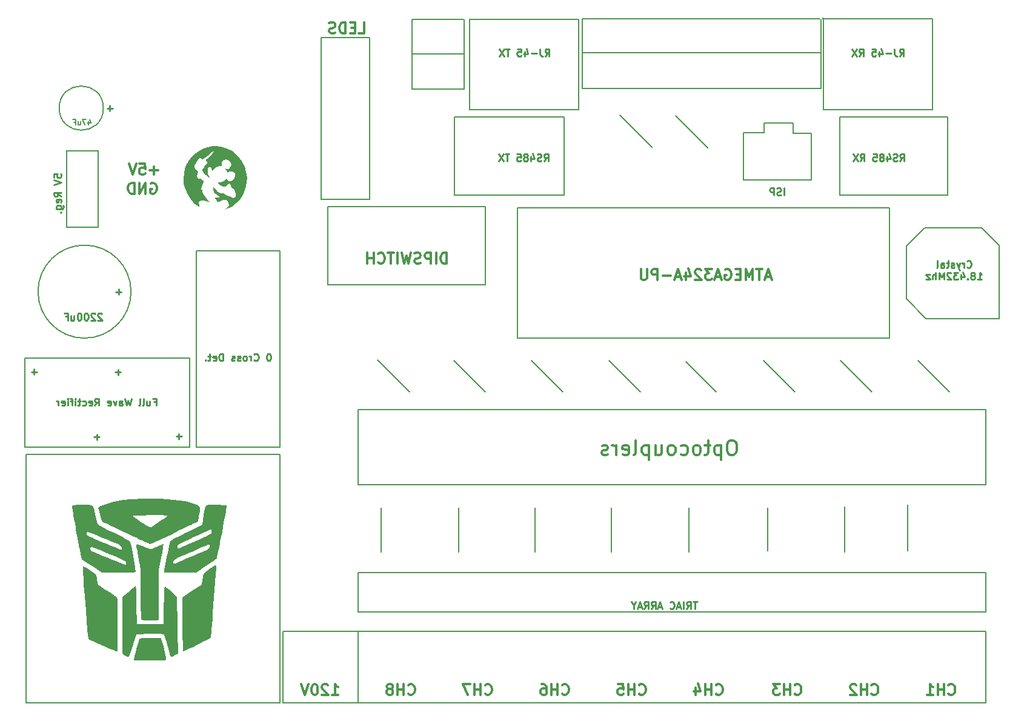
<source format=gbo>
G04 (created by PCBNEW (2013-07-07 BZR 4022)-stable) date 8/1/2015 6:26:25 AM*
%MOIN*%
G04 Gerber Fmt 3.4, Leading zero omitted, Abs format*
%FSLAX34Y34*%
G01*
G70*
G90*
G04 APERTURE LIST*
%ADD10C,0.00590551*%
%ADD11C,0.00984252*%
%ADD12C,0.011811*%
%ADD13C,0.00738189*%
%ADD14C,0.00787402*%
%ADD15C,0.0001*%
G04 APERTURE END LIST*
G54D10*
G54D11*
X58850Y-35186D02*
X58550Y-35186D01*
X58700Y-35336D02*
X58700Y-35036D01*
X59323Y-45284D02*
X59023Y-45284D01*
X59173Y-45434D02*
X59173Y-45134D01*
G54D12*
X60942Y-39322D02*
X60998Y-39294D01*
X61082Y-39294D01*
X61167Y-39322D01*
X61223Y-39378D01*
X61251Y-39434D01*
X61279Y-39547D01*
X61279Y-39631D01*
X61251Y-39744D01*
X61223Y-39800D01*
X61167Y-39856D01*
X61082Y-39884D01*
X61026Y-39884D01*
X60942Y-39856D01*
X60913Y-39828D01*
X60913Y-39631D01*
X61026Y-39631D01*
X60660Y-39884D02*
X60660Y-39294D01*
X60323Y-39884D01*
X60323Y-39294D01*
X60042Y-39884D02*
X60042Y-39294D01*
X59901Y-39294D01*
X59817Y-39322D01*
X59760Y-39378D01*
X59732Y-39434D01*
X59704Y-39547D01*
X59704Y-39631D01*
X59732Y-39744D01*
X59760Y-39800D01*
X59817Y-39856D01*
X59901Y-39884D01*
X60042Y-39884D01*
X61349Y-38606D02*
X60899Y-38606D01*
X61124Y-38831D02*
X61124Y-38381D01*
X60337Y-38241D02*
X60618Y-38241D01*
X60646Y-38522D01*
X60618Y-38494D01*
X60562Y-38465D01*
X60421Y-38465D01*
X60365Y-38494D01*
X60337Y-38522D01*
X60309Y-38578D01*
X60309Y-38719D01*
X60337Y-38775D01*
X60365Y-38803D01*
X60421Y-38831D01*
X60562Y-38831D01*
X60618Y-38803D01*
X60646Y-38775D01*
X60140Y-38241D02*
X59943Y-38831D01*
X59746Y-38241D01*
G54D13*
X57509Y-35906D02*
X57509Y-36103D01*
X57580Y-35794D02*
X57650Y-36005D01*
X57467Y-36005D01*
X57383Y-35808D02*
X57186Y-35808D01*
X57312Y-36103D01*
X56947Y-35906D02*
X56947Y-36103D01*
X57073Y-35906D02*
X57073Y-36061D01*
X57059Y-36089D01*
X57031Y-36103D01*
X56989Y-36103D01*
X56961Y-36089D01*
X56947Y-36075D01*
X56708Y-35949D02*
X56806Y-35949D01*
X56806Y-36103D02*
X56806Y-35808D01*
X56666Y-35808D01*
G54D11*
X58255Y-46496D02*
X58237Y-46477D01*
X58199Y-46458D01*
X58106Y-46458D01*
X58068Y-46477D01*
X58049Y-46496D01*
X58031Y-46533D01*
X58031Y-46571D01*
X58049Y-46627D01*
X58274Y-46852D01*
X58031Y-46852D01*
X57881Y-46496D02*
X57862Y-46477D01*
X57824Y-46458D01*
X57731Y-46458D01*
X57693Y-46477D01*
X57674Y-46496D01*
X57656Y-46533D01*
X57656Y-46571D01*
X57674Y-46627D01*
X57899Y-46852D01*
X57656Y-46852D01*
X57412Y-46458D02*
X57374Y-46458D01*
X57337Y-46477D01*
X57318Y-46496D01*
X57299Y-46533D01*
X57281Y-46608D01*
X57281Y-46702D01*
X57299Y-46777D01*
X57318Y-46814D01*
X57337Y-46833D01*
X57374Y-46852D01*
X57412Y-46852D01*
X57449Y-46833D01*
X57468Y-46814D01*
X57487Y-46777D01*
X57506Y-46702D01*
X57506Y-46608D01*
X57487Y-46533D01*
X57468Y-46496D01*
X57449Y-46477D01*
X57412Y-46458D01*
X57037Y-46458D02*
X56999Y-46458D01*
X56962Y-46477D01*
X56943Y-46496D01*
X56924Y-46533D01*
X56906Y-46608D01*
X56906Y-46702D01*
X56924Y-46777D01*
X56943Y-46814D01*
X56962Y-46833D01*
X56999Y-46852D01*
X57037Y-46852D01*
X57074Y-46833D01*
X57093Y-46814D01*
X57112Y-46777D01*
X57131Y-46702D01*
X57131Y-46608D01*
X57112Y-46533D01*
X57093Y-46496D01*
X57074Y-46477D01*
X57037Y-46458D01*
X56568Y-46589D02*
X56568Y-46852D01*
X56737Y-46589D02*
X56737Y-46796D01*
X56718Y-46833D01*
X56681Y-46852D01*
X56624Y-46852D01*
X56587Y-46833D01*
X56568Y-46814D01*
X56249Y-46646D02*
X56381Y-46646D01*
X56381Y-46852D02*
X56381Y-46458D01*
X56193Y-46458D01*
X55621Y-38989D02*
X55621Y-38802D01*
X55809Y-38783D01*
X55790Y-38802D01*
X55771Y-38839D01*
X55771Y-38933D01*
X55790Y-38971D01*
X55809Y-38989D01*
X55846Y-39008D01*
X55940Y-39008D01*
X55978Y-38989D01*
X55996Y-38971D01*
X56015Y-38933D01*
X56015Y-38839D01*
X55996Y-38802D01*
X55978Y-38783D01*
X55621Y-39121D02*
X56015Y-39252D01*
X55621Y-39383D01*
X56015Y-40039D02*
X55828Y-39908D01*
X56015Y-39814D02*
X55621Y-39814D01*
X55621Y-39964D01*
X55640Y-40002D01*
X55659Y-40021D01*
X55696Y-40039D01*
X55753Y-40039D01*
X55790Y-40021D01*
X55809Y-40002D01*
X55828Y-39964D01*
X55828Y-39814D01*
X55996Y-40358D02*
X56015Y-40321D01*
X56015Y-40246D01*
X55996Y-40208D01*
X55959Y-40189D01*
X55809Y-40189D01*
X55771Y-40208D01*
X55753Y-40246D01*
X55753Y-40321D01*
X55771Y-40358D01*
X55809Y-40377D01*
X55846Y-40377D01*
X55884Y-40189D01*
X55753Y-40714D02*
X56071Y-40714D01*
X56109Y-40696D01*
X56128Y-40677D01*
X56146Y-40639D01*
X56146Y-40583D01*
X56128Y-40546D01*
X55996Y-40714D02*
X56015Y-40677D01*
X56015Y-40602D01*
X55996Y-40564D01*
X55978Y-40546D01*
X55940Y-40527D01*
X55828Y-40527D01*
X55790Y-40546D01*
X55771Y-40564D01*
X55753Y-40602D01*
X55753Y-40677D01*
X55771Y-40714D01*
X55978Y-40902D02*
X55996Y-40920D01*
X56015Y-40902D01*
X55996Y-40883D01*
X55978Y-40902D01*
X56015Y-40902D01*
G54D14*
X56328Y-41722D02*
X58070Y-41722D01*
X58070Y-37519D02*
X58070Y-37509D01*
X56328Y-37519D02*
X58070Y-37519D01*
G54D11*
X67454Y-48682D02*
X67416Y-48682D01*
X67379Y-48701D01*
X67360Y-48720D01*
X67341Y-48757D01*
X67322Y-48832D01*
X67322Y-48926D01*
X67341Y-49001D01*
X67360Y-49039D01*
X67379Y-49057D01*
X67416Y-49076D01*
X67454Y-49076D01*
X67491Y-49057D01*
X67510Y-49039D01*
X67529Y-49001D01*
X67547Y-48926D01*
X67547Y-48832D01*
X67529Y-48757D01*
X67510Y-48720D01*
X67491Y-48701D01*
X67454Y-48682D01*
X66629Y-49039D02*
X66647Y-49057D01*
X66704Y-49076D01*
X66741Y-49076D01*
X66797Y-49057D01*
X66835Y-49020D01*
X66854Y-48982D01*
X66872Y-48907D01*
X66872Y-48851D01*
X66854Y-48776D01*
X66835Y-48739D01*
X66797Y-48701D01*
X66741Y-48682D01*
X66704Y-48682D01*
X66647Y-48701D01*
X66629Y-48720D01*
X66460Y-49076D02*
X66460Y-48814D01*
X66460Y-48889D02*
X66441Y-48851D01*
X66422Y-48832D01*
X66385Y-48814D01*
X66347Y-48814D01*
X66160Y-49076D02*
X66197Y-49057D01*
X66216Y-49039D01*
X66235Y-49001D01*
X66235Y-48889D01*
X66216Y-48851D01*
X66197Y-48832D01*
X66160Y-48814D01*
X66104Y-48814D01*
X66066Y-48832D01*
X66047Y-48851D01*
X66029Y-48889D01*
X66029Y-49001D01*
X66047Y-49039D01*
X66066Y-49057D01*
X66104Y-49076D01*
X66160Y-49076D01*
X65879Y-49057D02*
X65841Y-49076D01*
X65766Y-49076D01*
X65729Y-49057D01*
X65710Y-49020D01*
X65710Y-49001D01*
X65729Y-48964D01*
X65766Y-48945D01*
X65823Y-48945D01*
X65860Y-48926D01*
X65879Y-48889D01*
X65879Y-48870D01*
X65860Y-48832D01*
X65823Y-48814D01*
X65766Y-48814D01*
X65729Y-48832D01*
X65560Y-49057D02*
X65523Y-49076D01*
X65448Y-49076D01*
X65410Y-49057D01*
X65391Y-49020D01*
X65391Y-49001D01*
X65410Y-48964D01*
X65448Y-48945D01*
X65504Y-48945D01*
X65541Y-48926D01*
X65560Y-48889D01*
X65560Y-48870D01*
X65541Y-48832D01*
X65504Y-48814D01*
X65448Y-48814D01*
X65410Y-48832D01*
X64923Y-49076D02*
X64923Y-48682D01*
X64829Y-48682D01*
X64773Y-48701D01*
X64735Y-48739D01*
X64716Y-48776D01*
X64698Y-48851D01*
X64698Y-48907D01*
X64716Y-48982D01*
X64735Y-49020D01*
X64773Y-49057D01*
X64829Y-49076D01*
X64923Y-49076D01*
X64379Y-49057D02*
X64416Y-49076D01*
X64491Y-49076D01*
X64529Y-49057D01*
X64548Y-49020D01*
X64548Y-48870D01*
X64529Y-48832D01*
X64491Y-48814D01*
X64416Y-48814D01*
X64379Y-48832D01*
X64360Y-48870D01*
X64360Y-48907D01*
X64548Y-48945D01*
X64248Y-48814D02*
X64098Y-48814D01*
X64191Y-48682D02*
X64191Y-49020D01*
X64173Y-49057D01*
X64135Y-49076D01*
X64098Y-49076D01*
X63967Y-49039D02*
X63948Y-49057D01*
X63967Y-49076D01*
X63985Y-49057D01*
X63967Y-49039D01*
X63967Y-49076D01*
X95787Y-39972D02*
X95787Y-39578D01*
X95619Y-39953D02*
X95562Y-39972D01*
X95469Y-39972D01*
X95431Y-39953D01*
X95412Y-39934D01*
X95394Y-39897D01*
X95394Y-39859D01*
X95412Y-39822D01*
X95431Y-39803D01*
X95469Y-39784D01*
X95544Y-39766D01*
X95581Y-39747D01*
X95600Y-39728D01*
X95619Y-39691D01*
X95619Y-39653D01*
X95600Y-39616D01*
X95581Y-39597D01*
X95544Y-39578D01*
X95450Y-39578D01*
X95394Y-39597D01*
X95225Y-39972D02*
X95225Y-39578D01*
X95075Y-39578D01*
X95037Y-39597D01*
X95019Y-39616D01*
X95000Y-39653D01*
X95000Y-39709D01*
X95019Y-39747D01*
X95037Y-39766D01*
X95075Y-39784D01*
X95225Y-39784D01*
X82582Y-38092D02*
X82713Y-37904D01*
X82806Y-38092D02*
X82806Y-37698D01*
X82657Y-37698D01*
X82619Y-37717D01*
X82600Y-37736D01*
X82582Y-37773D01*
X82582Y-37829D01*
X82600Y-37867D01*
X82619Y-37886D01*
X82657Y-37904D01*
X82806Y-37904D01*
X82432Y-38073D02*
X82375Y-38092D01*
X82282Y-38092D01*
X82244Y-38073D01*
X82225Y-38054D01*
X82207Y-38017D01*
X82207Y-37979D01*
X82225Y-37942D01*
X82244Y-37923D01*
X82282Y-37904D01*
X82357Y-37886D01*
X82394Y-37867D01*
X82413Y-37848D01*
X82432Y-37811D01*
X82432Y-37773D01*
X82413Y-37736D01*
X82394Y-37717D01*
X82357Y-37698D01*
X82263Y-37698D01*
X82207Y-37717D01*
X81869Y-37829D02*
X81869Y-38092D01*
X81963Y-37679D02*
X82057Y-37961D01*
X81813Y-37961D01*
X81607Y-37867D02*
X81644Y-37848D01*
X81663Y-37829D01*
X81682Y-37792D01*
X81682Y-37773D01*
X81663Y-37736D01*
X81644Y-37717D01*
X81607Y-37698D01*
X81532Y-37698D01*
X81494Y-37717D01*
X81475Y-37736D01*
X81457Y-37773D01*
X81457Y-37792D01*
X81475Y-37829D01*
X81494Y-37848D01*
X81532Y-37867D01*
X81607Y-37867D01*
X81644Y-37886D01*
X81663Y-37904D01*
X81682Y-37942D01*
X81682Y-38017D01*
X81663Y-38054D01*
X81644Y-38073D01*
X81607Y-38092D01*
X81532Y-38092D01*
X81494Y-38073D01*
X81475Y-38054D01*
X81457Y-38017D01*
X81457Y-37942D01*
X81475Y-37904D01*
X81494Y-37886D01*
X81532Y-37867D01*
X81100Y-37698D02*
X81288Y-37698D01*
X81307Y-37886D01*
X81288Y-37867D01*
X81250Y-37848D01*
X81157Y-37848D01*
X81119Y-37867D01*
X81100Y-37886D01*
X81082Y-37923D01*
X81082Y-38017D01*
X81100Y-38054D01*
X81119Y-38073D01*
X81157Y-38092D01*
X81250Y-38092D01*
X81288Y-38073D01*
X81307Y-38054D01*
X80669Y-37698D02*
X80444Y-37698D01*
X80557Y-38092D02*
X80557Y-37698D01*
X80351Y-37698D02*
X80088Y-38092D01*
X80088Y-37698D02*
X80351Y-38092D01*
X102166Y-38092D02*
X102297Y-37904D01*
X102391Y-38092D02*
X102391Y-37698D01*
X102241Y-37698D01*
X102203Y-37717D01*
X102185Y-37736D01*
X102166Y-37773D01*
X102166Y-37829D01*
X102185Y-37867D01*
X102203Y-37886D01*
X102241Y-37904D01*
X102391Y-37904D01*
X102016Y-38073D02*
X101960Y-38092D01*
X101866Y-38092D01*
X101828Y-38073D01*
X101810Y-38054D01*
X101791Y-38017D01*
X101791Y-37979D01*
X101810Y-37942D01*
X101828Y-37923D01*
X101866Y-37904D01*
X101941Y-37886D01*
X101978Y-37867D01*
X101997Y-37848D01*
X102016Y-37811D01*
X102016Y-37773D01*
X101997Y-37736D01*
X101978Y-37717D01*
X101941Y-37698D01*
X101847Y-37698D01*
X101791Y-37717D01*
X101453Y-37829D02*
X101453Y-38092D01*
X101547Y-37679D02*
X101641Y-37961D01*
X101397Y-37961D01*
X101191Y-37867D02*
X101228Y-37848D01*
X101247Y-37829D01*
X101266Y-37792D01*
X101266Y-37773D01*
X101247Y-37736D01*
X101228Y-37717D01*
X101191Y-37698D01*
X101116Y-37698D01*
X101078Y-37717D01*
X101060Y-37736D01*
X101041Y-37773D01*
X101041Y-37792D01*
X101060Y-37829D01*
X101078Y-37848D01*
X101116Y-37867D01*
X101191Y-37867D01*
X101228Y-37886D01*
X101247Y-37904D01*
X101266Y-37942D01*
X101266Y-38017D01*
X101247Y-38054D01*
X101228Y-38073D01*
X101191Y-38092D01*
X101116Y-38092D01*
X101078Y-38073D01*
X101060Y-38054D01*
X101041Y-38017D01*
X101041Y-37942D01*
X101060Y-37904D01*
X101078Y-37886D01*
X101116Y-37867D01*
X100685Y-37698D02*
X100872Y-37698D01*
X100891Y-37886D01*
X100872Y-37867D01*
X100835Y-37848D01*
X100741Y-37848D01*
X100703Y-37867D01*
X100685Y-37886D01*
X100666Y-37923D01*
X100666Y-38017D01*
X100685Y-38054D01*
X100703Y-38073D01*
X100741Y-38092D01*
X100835Y-38092D01*
X100872Y-38073D01*
X100891Y-38054D01*
X99972Y-38092D02*
X100104Y-37904D01*
X100197Y-38092D02*
X100197Y-37698D01*
X100047Y-37698D01*
X100010Y-37717D01*
X99991Y-37736D01*
X99972Y-37773D01*
X99972Y-37829D01*
X99991Y-37867D01*
X100010Y-37886D01*
X100047Y-37904D01*
X100197Y-37904D01*
X99841Y-37698D02*
X99579Y-38092D01*
X99579Y-37698D02*
X99841Y-38092D01*
X102145Y-32314D02*
X102276Y-32127D01*
X102370Y-32314D02*
X102370Y-31921D01*
X102220Y-31921D01*
X102183Y-31939D01*
X102164Y-31958D01*
X102145Y-31996D01*
X102145Y-32052D01*
X102164Y-32089D01*
X102183Y-32108D01*
X102220Y-32127D01*
X102370Y-32127D01*
X101864Y-31921D02*
X101864Y-32202D01*
X101883Y-32258D01*
X101920Y-32296D01*
X101976Y-32314D01*
X102014Y-32314D01*
X101676Y-32164D02*
X101377Y-32164D01*
X101020Y-32052D02*
X101020Y-32314D01*
X101114Y-31902D02*
X101208Y-32183D01*
X100964Y-32183D01*
X100627Y-31921D02*
X100814Y-31921D01*
X100833Y-32108D01*
X100814Y-32089D01*
X100777Y-32071D01*
X100683Y-32071D01*
X100645Y-32089D01*
X100627Y-32108D01*
X100608Y-32146D01*
X100608Y-32239D01*
X100627Y-32277D01*
X100645Y-32296D01*
X100683Y-32314D01*
X100777Y-32314D01*
X100814Y-32296D01*
X100833Y-32277D01*
X99914Y-32314D02*
X100045Y-32127D01*
X100139Y-32314D02*
X100139Y-31921D01*
X99989Y-31921D01*
X99952Y-31939D01*
X99933Y-31958D01*
X99914Y-31996D01*
X99914Y-32052D01*
X99933Y-32089D01*
X99952Y-32108D01*
X99989Y-32127D01*
X100139Y-32127D01*
X99783Y-31921D02*
X99520Y-32314D01*
X99520Y-31921D02*
X99783Y-32314D01*
X82640Y-32314D02*
X82771Y-32127D01*
X82865Y-32314D02*
X82865Y-31921D01*
X82715Y-31921D01*
X82677Y-31939D01*
X82658Y-31958D01*
X82640Y-31996D01*
X82640Y-32052D01*
X82658Y-32089D01*
X82677Y-32108D01*
X82715Y-32127D01*
X82865Y-32127D01*
X82358Y-31921D02*
X82358Y-32202D01*
X82377Y-32258D01*
X82415Y-32296D01*
X82471Y-32314D01*
X82508Y-32314D01*
X82171Y-32164D02*
X81871Y-32164D01*
X81515Y-32052D02*
X81515Y-32314D01*
X81609Y-31902D02*
X81702Y-32183D01*
X81459Y-32183D01*
X81121Y-31921D02*
X81309Y-31921D01*
X81327Y-32108D01*
X81309Y-32089D01*
X81271Y-32071D01*
X81177Y-32071D01*
X81140Y-32089D01*
X81121Y-32108D01*
X81102Y-32146D01*
X81102Y-32239D01*
X81121Y-32277D01*
X81140Y-32296D01*
X81177Y-32314D01*
X81271Y-32314D01*
X81309Y-32296D01*
X81327Y-32277D01*
X80690Y-31921D02*
X80465Y-31921D01*
X80577Y-32314D02*
X80577Y-31921D01*
X80371Y-31921D02*
X80109Y-32314D01*
X80109Y-31921D02*
X80371Y-32314D01*
G54D12*
X72393Y-31065D02*
X72674Y-31065D01*
X72674Y-30475D01*
X72196Y-30756D02*
X71999Y-30756D01*
X71915Y-31065D02*
X72196Y-31065D01*
X72196Y-30475D01*
X71915Y-30475D01*
X71661Y-31065D02*
X71661Y-30475D01*
X71521Y-30475D01*
X71437Y-30503D01*
X71380Y-30559D01*
X71352Y-30615D01*
X71324Y-30728D01*
X71324Y-30812D01*
X71352Y-30925D01*
X71380Y-30981D01*
X71437Y-31037D01*
X71521Y-31065D01*
X71661Y-31065D01*
X71099Y-31037D02*
X71015Y-31065D01*
X70874Y-31065D01*
X70818Y-31037D01*
X70790Y-31009D01*
X70762Y-30953D01*
X70762Y-30897D01*
X70790Y-30840D01*
X70818Y-30812D01*
X70874Y-30784D01*
X70987Y-30756D01*
X71043Y-30728D01*
X71071Y-30700D01*
X71099Y-30643D01*
X71099Y-30587D01*
X71071Y-30531D01*
X71043Y-30503D01*
X70987Y-30475D01*
X70846Y-30475D01*
X70762Y-30503D01*
X77228Y-43733D02*
X77228Y-43142D01*
X77088Y-43142D01*
X77003Y-43170D01*
X76947Y-43226D01*
X76919Y-43283D01*
X76891Y-43395D01*
X76891Y-43480D01*
X76919Y-43592D01*
X76947Y-43648D01*
X77003Y-43705D01*
X77088Y-43733D01*
X77228Y-43733D01*
X76638Y-43733D02*
X76638Y-43142D01*
X76356Y-43733D02*
X76356Y-43142D01*
X76131Y-43142D01*
X76075Y-43170D01*
X76047Y-43198D01*
X76019Y-43255D01*
X76019Y-43339D01*
X76047Y-43395D01*
X76075Y-43423D01*
X76131Y-43451D01*
X76356Y-43451D01*
X75794Y-43705D02*
X75710Y-43733D01*
X75569Y-43733D01*
X75513Y-43705D01*
X75485Y-43676D01*
X75456Y-43620D01*
X75456Y-43564D01*
X75485Y-43508D01*
X75513Y-43480D01*
X75569Y-43451D01*
X75681Y-43423D01*
X75738Y-43395D01*
X75766Y-43367D01*
X75794Y-43311D01*
X75794Y-43255D01*
X75766Y-43198D01*
X75738Y-43170D01*
X75681Y-43142D01*
X75541Y-43142D01*
X75456Y-43170D01*
X75260Y-43142D02*
X75119Y-43733D01*
X75007Y-43311D01*
X74894Y-43733D01*
X74753Y-43142D01*
X74528Y-43733D02*
X74528Y-43142D01*
X74332Y-43142D02*
X73994Y-43142D01*
X74163Y-43733D02*
X74163Y-43142D01*
X73460Y-43676D02*
X73488Y-43705D01*
X73572Y-43733D01*
X73629Y-43733D01*
X73713Y-43705D01*
X73769Y-43648D01*
X73797Y-43592D01*
X73825Y-43480D01*
X73825Y-43395D01*
X73797Y-43283D01*
X73769Y-43226D01*
X73713Y-43170D01*
X73629Y-43142D01*
X73572Y-43142D01*
X73488Y-43170D01*
X73460Y-43198D01*
X73207Y-43733D02*
X73207Y-43142D01*
X73207Y-43423D02*
X72869Y-43423D01*
X72869Y-43733D02*
X72869Y-43142D01*
X95052Y-44460D02*
X94770Y-44460D01*
X95108Y-44628D02*
X94911Y-44038D01*
X94714Y-44628D01*
X94602Y-44038D02*
X94264Y-44038D01*
X94433Y-44628D02*
X94433Y-44038D01*
X94067Y-44628D02*
X94067Y-44038D01*
X93870Y-44460D01*
X93674Y-44038D01*
X93674Y-44628D01*
X93392Y-44319D02*
X93196Y-44319D01*
X93111Y-44628D02*
X93392Y-44628D01*
X93392Y-44038D01*
X93111Y-44038D01*
X92549Y-44066D02*
X92605Y-44038D01*
X92689Y-44038D01*
X92774Y-44066D01*
X92830Y-44122D01*
X92858Y-44178D01*
X92886Y-44291D01*
X92886Y-44375D01*
X92858Y-44488D01*
X92830Y-44544D01*
X92774Y-44600D01*
X92689Y-44628D01*
X92633Y-44628D01*
X92549Y-44600D01*
X92521Y-44572D01*
X92521Y-44375D01*
X92633Y-44375D01*
X92296Y-44460D02*
X92014Y-44460D01*
X92352Y-44628D02*
X92155Y-44038D01*
X91958Y-44628D01*
X91818Y-44038D02*
X91452Y-44038D01*
X91649Y-44263D01*
X91564Y-44263D01*
X91508Y-44291D01*
X91480Y-44319D01*
X91452Y-44375D01*
X91452Y-44516D01*
X91480Y-44572D01*
X91508Y-44600D01*
X91564Y-44628D01*
X91733Y-44628D01*
X91789Y-44600D01*
X91818Y-44572D01*
X91227Y-44094D02*
X91199Y-44066D01*
X91143Y-44038D01*
X91002Y-44038D01*
X90946Y-44066D01*
X90918Y-44094D01*
X90890Y-44150D01*
X90890Y-44206D01*
X90918Y-44291D01*
X91255Y-44628D01*
X90890Y-44628D01*
X90383Y-44235D02*
X90383Y-44628D01*
X90524Y-44010D02*
X90665Y-44431D01*
X90299Y-44431D01*
X90102Y-44460D02*
X89821Y-44460D01*
X90158Y-44628D02*
X89962Y-44038D01*
X89765Y-44628D01*
X89568Y-44403D02*
X89118Y-44403D01*
X88837Y-44628D02*
X88837Y-44038D01*
X88612Y-44038D01*
X88555Y-44066D01*
X88527Y-44094D01*
X88499Y-44150D01*
X88499Y-44235D01*
X88527Y-44291D01*
X88555Y-44319D01*
X88612Y-44347D01*
X88837Y-44347D01*
X88246Y-44038D02*
X88246Y-44516D01*
X88218Y-44572D01*
X88190Y-44600D01*
X88134Y-44628D01*
X88021Y-44628D01*
X87965Y-44600D01*
X87937Y-44572D01*
X87909Y-44516D01*
X87909Y-44038D01*
G54D11*
X105840Y-43921D02*
X105859Y-43939D01*
X105915Y-43958D01*
X105953Y-43958D01*
X106009Y-43939D01*
X106047Y-43902D01*
X106065Y-43864D01*
X106084Y-43789D01*
X106084Y-43733D01*
X106065Y-43658D01*
X106047Y-43621D01*
X106009Y-43583D01*
X105953Y-43564D01*
X105915Y-43564D01*
X105859Y-43583D01*
X105840Y-43602D01*
X105672Y-43958D02*
X105672Y-43696D01*
X105672Y-43771D02*
X105653Y-43733D01*
X105634Y-43714D01*
X105597Y-43696D01*
X105559Y-43696D01*
X105465Y-43696D02*
X105372Y-43958D01*
X105278Y-43696D02*
X105372Y-43958D01*
X105409Y-44052D01*
X105428Y-44071D01*
X105465Y-44089D01*
X105147Y-43939D02*
X105109Y-43958D01*
X105034Y-43958D01*
X104997Y-43939D01*
X104978Y-43902D01*
X104978Y-43883D01*
X104997Y-43846D01*
X105034Y-43827D01*
X105090Y-43827D01*
X105128Y-43808D01*
X105147Y-43771D01*
X105147Y-43752D01*
X105128Y-43714D01*
X105090Y-43696D01*
X105034Y-43696D01*
X104997Y-43714D01*
X104865Y-43696D02*
X104715Y-43696D01*
X104809Y-43564D02*
X104809Y-43902D01*
X104790Y-43939D01*
X104753Y-43958D01*
X104715Y-43958D01*
X104416Y-43958D02*
X104416Y-43752D01*
X104434Y-43714D01*
X104472Y-43696D01*
X104547Y-43696D01*
X104584Y-43714D01*
X104416Y-43939D02*
X104453Y-43958D01*
X104547Y-43958D01*
X104584Y-43939D01*
X104603Y-43902D01*
X104603Y-43864D01*
X104584Y-43827D01*
X104547Y-43808D01*
X104453Y-43808D01*
X104416Y-43789D01*
X104172Y-43958D02*
X104209Y-43939D01*
X104228Y-43902D01*
X104228Y-43564D01*
X106431Y-44608D02*
X106656Y-44608D01*
X106543Y-44608D02*
X106543Y-44214D01*
X106581Y-44270D01*
X106618Y-44308D01*
X106656Y-44326D01*
X106206Y-44383D02*
X106243Y-44364D01*
X106262Y-44345D01*
X106281Y-44308D01*
X106281Y-44289D01*
X106262Y-44251D01*
X106243Y-44233D01*
X106206Y-44214D01*
X106131Y-44214D01*
X106093Y-44233D01*
X106075Y-44251D01*
X106056Y-44289D01*
X106056Y-44308D01*
X106075Y-44345D01*
X106093Y-44364D01*
X106131Y-44383D01*
X106206Y-44383D01*
X106243Y-44401D01*
X106262Y-44420D01*
X106281Y-44458D01*
X106281Y-44533D01*
X106262Y-44570D01*
X106243Y-44589D01*
X106206Y-44608D01*
X106131Y-44608D01*
X106093Y-44589D01*
X106075Y-44570D01*
X106056Y-44533D01*
X106056Y-44458D01*
X106075Y-44420D01*
X106093Y-44401D01*
X106131Y-44383D01*
X105887Y-44570D02*
X105868Y-44589D01*
X105887Y-44608D01*
X105906Y-44589D01*
X105887Y-44570D01*
X105887Y-44608D01*
X105531Y-44345D02*
X105531Y-44608D01*
X105625Y-44195D02*
X105718Y-44476D01*
X105475Y-44476D01*
X105362Y-44214D02*
X105119Y-44214D01*
X105250Y-44364D01*
X105194Y-44364D01*
X105156Y-44383D01*
X105137Y-44401D01*
X105119Y-44439D01*
X105119Y-44533D01*
X105137Y-44570D01*
X105156Y-44589D01*
X105194Y-44608D01*
X105306Y-44608D01*
X105344Y-44589D01*
X105362Y-44570D01*
X104969Y-44251D02*
X104950Y-44233D01*
X104912Y-44214D01*
X104819Y-44214D01*
X104781Y-44233D01*
X104762Y-44251D01*
X104744Y-44289D01*
X104744Y-44326D01*
X104762Y-44383D01*
X104987Y-44608D01*
X104744Y-44608D01*
X104575Y-44608D02*
X104575Y-44214D01*
X104444Y-44495D01*
X104312Y-44214D01*
X104312Y-44608D01*
X104125Y-44608D02*
X104125Y-44214D01*
X103956Y-44608D02*
X103956Y-44401D01*
X103975Y-44364D01*
X104012Y-44345D01*
X104069Y-44345D01*
X104106Y-44364D01*
X104125Y-44383D01*
X103806Y-44345D02*
X103600Y-44345D01*
X103806Y-44608D01*
X103600Y-44608D01*
G54D14*
X91584Y-37352D02*
X91604Y-37352D01*
X89832Y-35600D02*
X91584Y-37352D01*
X88513Y-37332D02*
X88523Y-37332D01*
X86761Y-35580D02*
X88513Y-37332D01*
X75324Y-32194D02*
X75324Y-32175D01*
X78179Y-32194D02*
X75324Y-32194D01*
X78169Y-30285D02*
X78169Y-30295D01*
X75305Y-30285D02*
X78169Y-30285D01*
X75305Y-34133D02*
X75305Y-30285D01*
X78188Y-34133D02*
X75305Y-34133D01*
X78188Y-30295D02*
X78188Y-34133D01*
X78503Y-30285D02*
X78503Y-30275D01*
X84488Y-30285D02*
X78503Y-30285D01*
X84488Y-35275D02*
X84488Y-30285D01*
X78503Y-35275D02*
X84488Y-35275D01*
X78503Y-30275D02*
X78503Y-35275D01*
X97814Y-32145D02*
X84704Y-32145D01*
X84704Y-30275D02*
X97765Y-30275D01*
X84704Y-34094D02*
X84704Y-30275D01*
X97805Y-34094D02*
X84704Y-34094D01*
X97805Y-30285D02*
X97805Y-34094D01*
X97933Y-30255D02*
X97933Y-30206D01*
X103956Y-30255D02*
X97933Y-30255D01*
X103956Y-35275D02*
X103956Y-30255D01*
X97952Y-35275D02*
X103956Y-35275D01*
X97952Y-30236D02*
X97952Y-35275D01*
X98838Y-35659D02*
X98887Y-35659D01*
X98838Y-39950D02*
X98838Y-35659D01*
X104803Y-39950D02*
X98838Y-39950D01*
X104803Y-35659D02*
X104803Y-39950D01*
X98858Y-35659D02*
X104803Y-35659D01*
X77667Y-35659D02*
X77805Y-35659D01*
X77667Y-35669D02*
X77667Y-35659D01*
X77667Y-39950D02*
X77667Y-35669D01*
X83681Y-39950D02*
X77667Y-39950D01*
X83681Y-35659D02*
X83681Y-39950D01*
X77755Y-35659D02*
X83681Y-35659D01*
X93543Y-39133D02*
X93543Y-39114D01*
X97303Y-39133D02*
X93543Y-39133D01*
X97303Y-36555D02*
X97303Y-39133D01*
X96299Y-36555D02*
X97303Y-36555D01*
X96299Y-36003D02*
X96299Y-36555D01*
X94694Y-36003D02*
X96299Y-36003D01*
X94694Y-36535D02*
X94694Y-36003D01*
X93553Y-36535D02*
X94694Y-36535D01*
X93553Y-39133D02*
X93553Y-36535D01*
X102519Y-42775D02*
X102529Y-42775D01*
X102519Y-45679D02*
X102519Y-42775D01*
X103602Y-46761D02*
X102519Y-45679D01*
X107608Y-46761D02*
X103602Y-46761D01*
X107608Y-42716D02*
X107608Y-46761D01*
X106653Y-41761D02*
X107608Y-42716D01*
X103533Y-41761D02*
X106653Y-41761D01*
X102529Y-42765D02*
X103533Y-41761D01*
X81112Y-47824D02*
X81151Y-47824D01*
X81112Y-40679D02*
X81112Y-47824D01*
X81112Y-40679D02*
X81112Y-40669D01*
X101574Y-40679D02*
X81112Y-40679D01*
X101574Y-47824D02*
X101574Y-40679D01*
X81112Y-47824D02*
X101574Y-47824D01*
X70915Y-40600D02*
X70925Y-40600D01*
X70698Y-40600D02*
X70915Y-40600D01*
X70698Y-44881D02*
X70698Y-40600D01*
X79360Y-44881D02*
X70698Y-44881D01*
X79360Y-40600D02*
X79360Y-44881D01*
X70915Y-40600D02*
X79360Y-40600D01*
X70334Y-31309D02*
X70531Y-31309D01*
X70334Y-40196D02*
X70334Y-31309D01*
X73001Y-40196D02*
X70334Y-40196D01*
X73001Y-31309D02*
X73001Y-40196D01*
X70501Y-31309D02*
X73001Y-31309D01*
X63454Y-53818D02*
X63454Y-53828D01*
X68041Y-53818D02*
X63454Y-53818D01*
X68041Y-43031D02*
X68041Y-53818D01*
X63454Y-43031D02*
X68041Y-43031D01*
X63454Y-53818D02*
X63454Y-43031D01*
X58070Y-41732D02*
X58070Y-37500D01*
X56328Y-37509D02*
X56328Y-41722D01*
X58340Y-35177D02*
G75*
G03X58340Y-35177I-1214J0D01*
G74*
G01*
X59862Y-45275D02*
G75*
G03X59862Y-45275I-2559J0D01*
G74*
G01*
X54074Y-67913D02*
X54074Y-54232D01*
X68070Y-67913D02*
X54074Y-67913D01*
X68070Y-54232D02*
X68070Y-67913D01*
X54074Y-54232D02*
X68070Y-54232D01*
G54D11*
X91011Y-62334D02*
X90786Y-62334D01*
X90898Y-62728D02*
X90898Y-62334D01*
X90430Y-62728D02*
X90561Y-62540D01*
X90655Y-62728D02*
X90655Y-62334D01*
X90505Y-62334D01*
X90467Y-62353D01*
X90449Y-62372D01*
X90430Y-62409D01*
X90430Y-62465D01*
X90449Y-62503D01*
X90467Y-62522D01*
X90505Y-62540D01*
X90655Y-62540D01*
X90261Y-62728D02*
X90261Y-62334D01*
X90092Y-62615D02*
X89905Y-62615D01*
X90130Y-62728D02*
X89999Y-62334D01*
X89867Y-62728D01*
X89511Y-62690D02*
X89530Y-62709D01*
X89586Y-62728D01*
X89624Y-62728D01*
X89680Y-62709D01*
X89717Y-62672D01*
X89736Y-62634D01*
X89755Y-62559D01*
X89755Y-62503D01*
X89736Y-62428D01*
X89717Y-62390D01*
X89680Y-62353D01*
X89624Y-62334D01*
X89586Y-62334D01*
X89530Y-62353D01*
X89511Y-62372D01*
X89061Y-62615D02*
X88874Y-62615D01*
X89099Y-62728D02*
X88967Y-62334D01*
X88836Y-62728D01*
X88480Y-62728D02*
X88611Y-62540D01*
X88705Y-62728D02*
X88705Y-62334D01*
X88555Y-62334D01*
X88517Y-62353D01*
X88499Y-62372D01*
X88480Y-62409D01*
X88480Y-62465D01*
X88499Y-62503D01*
X88517Y-62522D01*
X88555Y-62540D01*
X88705Y-62540D01*
X88086Y-62728D02*
X88218Y-62540D01*
X88311Y-62728D02*
X88311Y-62334D01*
X88161Y-62334D01*
X88124Y-62353D01*
X88105Y-62372D01*
X88086Y-62409D01*
X88086Y-62465D01*
X88105Y-62503D01*
X88124Y-62522D01*
X88161Y-62540D01*
X88311Y-62540D01*
X87936Y-62615D02*
X87749Y-62615D01*
X87974Y-62728D02*
X87843Y-62334D01*
X87711Y-62728D01*
X87505Y-62540D02*
X87505Y-62728D01*
X87636Y-62334D02*
X87505Y-62540D01*
X87374Y-62334D01*
G54D14*
X75177Y-50787D02*
X73425Y-49035D01*
G54D11*
X54677Y-49684D02*
X54377Y-49684D01*
X54527Y-49834D02*
X54527Y-49534D01*
X58132Y-53277D02*
X57832Y-53277D01*
X57982Y-53427D02*
X57982Y-53127D01*
X59303Y-49704D02*
X59003Y-49704D01*
X59153Y-49854D02*
X59153Y-49554D01*
X62649Y-53247D02*
X62350Y-53247D01*
X62499Y-53397D02*
X62499Y-53097D01*
G54D14*
X82086Y-59586D02*
X82086Y-57165D01*
X87874Y-50787D02*
X86141Y-49055D01*
X79370Y-50787D02*
X77637Y-49055D01*
X83622Y-50787D02*
X81889Y-49055D01*
X92047Y-50787D02*
X90393Y-49133D01*
X96377Y-50787D02*
X94645Y-49055D01*
X100629Y-50787D02*
X98897Y-49055D01*
X104881Y-50787D02*
X103149Y-49055D01*
X102598Y-59448D02*
X102598Y-59527D01*
X73622Y-59606D02*
X73622Y-57165D01*
X77874Y-59606D02*
X77874Y-57165D01*
X86299Y-59606D02*
X86299Y-57165D01*
X90551Y-59606D02*
X90551Y-57165D01*
X94881Y-59527D02*
X94881Y-57165D01*
X99133Y-59606D02*
X99133Y-57086D01*
X102598Y-59448D02*
X102598Y-57007D01*
G54D12*
X92993Y-53468D02*
X92843Y-53468D01*
X92768Y-53505D01*
X92693Y-53580D01*
X92655Y-53730D01*
X92655Y-53993D01*
X92693Y-54143D01*
X92768Y-54218D01*
X92843Y-54255D01*
X92993Y-54255D01*
X93068Y-54218D01*
X93143Y-54143D01*
X93180Y-53993D01*
X93180Y-53730D01*
X93143Y-53580D01*
X93068Y-53505D01*
X92993Y-53468D01*
X92318Y-53730D02*
X92318Y-54518D01*
X92318Y-53768D02*
X92243Y-53730D01*
X92093Y-53730D01*
X92018Y-53768D01*
X91980Y-53805D01*
X91943Y-53880D01*
X91943Y-54105D01*
X91980Y-54180D01*
X92018Y-54218D01*
X92093Y-54255D01*
X92243Y-54255D01*
X92318Y-54218D01*
X91718Y-53730D02*
X91418Y-53730D01*
X91605Y-53468D02*
X91605Y-54143D01*
X91568Y-54218D01*
X91493Y-54255D01*
X91418Y-54255D01*
X91043Y-54255D02*
X91118Y-54218D01*
X91155Y-54180D01*
X91193Y-54105D01*
X91193Y-53880D01*
X91155Y-53805D01*
X91118Y-53768D01*
X91043Y-53730D01*
X90930Y-53730D01*
X90855Y-53768D01*
X90818Y-53805D01*
X90780Y-53880D01*
X90780Y-54105D01*
X90818Y-54180D01*
X90855Y-54218D01*
X90930Y-54255D01*
X91043Y-54255D01*
X90105Y-54218D02*
X90180Y-54255D01*
X90330Y-54255D01*
X90405Y-54218D01*
X90443Y-54180D01*
X90480Y-54105D01*
X90480Y-53880D01*
X90443Y-53805D01*
X90405Y-53768D01*
X90330Y-53730D01*
X90180Y-53730D01*
X90105Y-53768D01*
X89655Y-54255D02*
X89730Y-54218D01*
X89768Y-54180D01*
X89805Y-54105D01*
X89805Y-53880D01*
X89768Y-53805D01*
X89730Y-53768D01*
X89655Y-53730D01*
X89543Y-53730D01*
X89468Y-53768D01*
X89431Y-53805D01*
X89393Y-53880D01*
X89393Y-54105D01*
X89431Y-54180D01*
X89468Y-54218D01*
X89543Y-54255D01*
X89655Y-54255D01*
X88718Y-53730D02*
X88718Y-54255D01*
X89056Y-53730D02*
X89056Y-54143D01*
X89018Y-54218D01*
X88943Y-54255D01*
X88831Y-54255D01*
X88756Y-54218D01*
X88718Y-54180D01*
X88343Y-53730D02*
X88343Y-54518D01*
X88343Y-53768D02*
X88268Y-53730D01*
X88118Y-53730D01*
X88043Y-53768D01*
X88006Y-53805D01*
X87968Y-53880D01*
X87968Y-54105D01*
X88006Y-54180D01*
X88043Y-54218D01*
X88118Y-54255D01*
X88268Y-54255D01*
X88343Y-54218D01*
X87518Y-54255D02*
X87593Y-54218D01*
X87631Y-54143D01*
X87631Y-53468D01*
X86918Y-54218D02*
X86993Y-54255D01*
X87143Y-54255D01*
X87218Y-54218D01*
X87256Y-54143D01*
X87256Y-53843D01*
X87218Y-53768D01*
X87143Y-53730D01*
X86993Y-53730D01*
X86918Y-53768D01*
X86881Y-53843D01*
X86881Y-53918D01*
X87256Y-53993D01*
X86543Y-54255D02*
X86543Y-53730D01*
X86543Y-53880D02*
X86506Y-53805D01*
X86468Y-53768D01*
X86393Y-53730D01*
X86318Y-53730D01*
X86093Y-54218D02*
X86018Y-54255D01*
X85868Y-54255D01*
X85793Y-54218D01*
X85756Y-54143D01*
X85756Y-54105D01*
X85793Y-54030D01*
X85868Y-53993D01*
X85981Y-53993D01*
X86056Y-53955D01*
X86093Y-53880D01*
X86093Y-53843D01*
X86056Y-53768D01*
X85981Y-53730D01*
X85868Y-53730D01*
X85793Y-53768D01*
X70922Y-67463D02*
X71259Y-67463D01*
X71091Y-67463D02*
X71091Y-66872D01*
X71147Y-66957D01*
X71203Y-67013D01*
X71259Y-67041D01*
X70697Y-66929D02*
X70669Y-66901D01*
X70613Y-66872D01*
X70472Y-66872D01*
X70416Y-66901D01*
X70388Y-66929D01*
X70359Y-66985D01*
X70359Y-67041D01*
X70388Y-67125D01*
X70725Y-67463D01*
X70359Y-67463D01*
X69994Y-66872D02*
X69938Y-66872D01*
X69881Y-66901D01*
X69853Y-66929D01*
X69825Y-66985D01*
X69797Y-67097D01*
X69797Y-67238D01*
X69825Y-67350D01*
X69853Y-67407D01*
X69881Y-67435D01*
X69938Y-67463D01*
X69994Y-67463D01*
X70050Y-67435D01*
X70078Y-67407D01*
X70106Y-67350D01*
X70134Y-67238D01*
X70134Y-67097D01*
X70106Y-66985D01*
X70078Y-66929D01*
X70050Y-66901D01*
X69994Y-66872D01*
X69628Y-66872D02*
X69431Y-67463D01*
X69235Y-66872D01*
X75112Y-67407D02*
X75140Y-67435D01*
X75224Y-67463D01*
X75281Y-67463D01*
X75365Y-67435D01*
X75421Y-67379D01*
X75449Y-67322D01*
X75478Y-67210D01*
X75478Y-67125D01*
X75449Y-67013D01*
X75421Y-66957D01*
X75365Y-66901D01*
X75281Y-66872D01*
X75224Y-66872D01*
X75140Y-66901D01*
X75112Y-66929D01*
X74859Y-67463D02*
X74859Y-66872D01*
X74859Y-67154D02*
X74521Y-67154D01*
X74521Y-67463D02*
X74521Y-66872D01*
X74156Y-67125D02*
X74212Y-67097D01*
X74240Y-67069D01*
X74268Y-67013D01*
X74268Y-66985D01*
X74240Y-66929D01*
X74212Y-66901D01*
X74156Y-66872D01*
X74043Y-66872D01*
X73987Y-66901D01*
X73959Y-66929D01*
X73931Y-66985D01*
X73931Y-67013D01*
X73959Y-67069D01*
X73987Y-67097D01*
X74043Y-67125D01*
X74156Y-67125D01*
X74212Y-67154D01*
X74240Y-67182D01*
X74268Y-67238D01*
X74268Y-67350D01*
X74240Y-67407D01*
X74212Y-67435D01*
X74156Y-67463D01*
X74043Y-67463D01*
X73987Y-67435D01*
X73959Y-67407D01*
X73931Y-67350D01*
X73931Y-67238D01*
X73959Y-67182D01*
X73987Y-67154D01*
X74043Y-67125D01*
X79344Y-67407D02*
X79372Y-67435D01*
X79457Y-67463D01*
X79513Y-67463D01*
X79597Y-67435D01*
X79654Y-67379D01*
X79682Y-67322D01*
X79710Y-67210D01*
X79710Y-67125D01*
X79682Y-67013D01*
X79654Y-66957D01*
X79597Y-66901D01*
X79513Y-66872D01*
X79457Y-66872D01*
X79372Y-66901D01*
X79344Y-66929D01*
X79091Y-67463D02*
X79091Y-66872D01*
X79091Y-67154D02*
X78754Y-67154D01*
X78754Y-67463D02*
X78754Y-66872D01*
X78529Y-66872D02*
X78135Y-66872D01*
X78388Y-67463D01*
X83577Y-67407D02*
X83605Y-67435D01*
X83689Y-67463D01*
X83745Y-67463D01*
X83830Y-67435D01*
X83886Y-67379D01*
X83914Y-67322D01*
X83942Y-67210D01*
X83942Y-67125D01*
X83914Y-67013D01*
X83886Y-66957D01*
X83830Y-66901D01*
X83745Y-66872D01*
X83689Y-66872D01*
X83605Y-66901D01*
X83577Y-66929D01*
X83323Y-67463D02*
X83323Y-66872D01*
X83323Y-67154D02*
X82986Y-67154D01*
X82986Y-67463D02*
X82986Y-66872D01*
X82452Y-66872D02*
X82564Y-66872D01*
X82620Y-66901D01*
X82649Y-66929D01*
X82705Y-67013D01*
X82733Y-67125D01*
X82733Y-67350D01*
X82705Y-67407D01*
X82677Y-67435D01*
X82620Y-67463D01*
X82508Y-67463D01*
X82452Y-67435D01*
X82424Y-67407D01*
X82395Y-67350D01*
X82395Y-67210D01*
X82424Y-67154D01*
X82452Y-67125D01*
X82508Y-67097D01*
X82620Y-67097D01*
X82677Y-67125D01*
X82705Y-67154D01*
X82733Y-67210D01*
X87809Y-67407D02*
X87837Y-67435D01*
X87921Y-67463D01*
X87978Y-67463D01*
X88062Y-67435D01*
X88118Y-67379D01*
X88146Y-67322D01*
X88174Y-67210D01*
X88174Y-67125D01*
X88146Y-67013D01*
X88118Y-66957D01*
X88062Y-66901D01*
X87978Y-66872D01*
X87921Y-66872D01*
X87837Y-66901D01*
X87809Y-66929D01*
X87556Y-67463D02*
X87556Y-66872D01*
X87556Y-67154D02*
X87218Y-67154D01*
X87218Y-67463D02*
X87218Y-66872D01*
X86656Y-66872D02*
X86937Y-66872D01*
X86965Y-67154D01*
X86937Y-67125D01*
X86881Y-67097D01*
X86740Y-67097D01*
X86684Y-67125D01*
X86656Y-67154D01*
X86628Y-67210D01*
X86628Y-67350D01*
X86656Y-67407D01*
X86684Y-67435D01*
X86740Y-67463D01*
X86881Y-67463D01*
X86937Y-67435D01*
X86965Y-67407D01*
X92041Y-67407D02*
X92069Y-67435D01*
X92154Y-67463D01*
X92210Y-67463D01*
X92294Y-67435D01*
X92350Y-67379D01*
X92379Y-67322D01*
X92407Y-67210D01*
X92407Y-67125D01*
X92379Y-67013D01*
X92350Y-66957D01*
X92294Y-66901D01*
X92210Y-66872D01*
X92154Y-66872D01*
X92069Y-66901D01*
X92041Y-66929D01*
X91788Y-67463D02*
X91788Y-66872D01*
X91788Y-67154D02*
X91451Y-67154D01*
X91451Y-67463D02*
X91451Y-66872D01*
X90916Y-67069D02*
X90916Y-67463D01*
X91057Y-66844D02*
X91197Y-67266D01*
X90832Y-67266D01*
X96372Y-67407D02*
X96400Y-67435D01*
X96484Y-67463D01*
X96541Y-67463D01*
X96625Y-67435D01*
X96681Y-67379D01*
X96709Y-67322D01*
X96737Y-67210D01*
X96737Y-67125D01*
X96709Y-67013D01*
X96681Y-66957D01*
X96625Y-66901D01*
X96541Y-66872D01*
X96484Y-66872D01*
X96400Y-66901D01*
X96372Y-66929D01*
X96119Y-67463D02*
X96119Y-66872D01*
X96119Y-67154D02*
X95781Y-67154D01*
X95781Y-67463D02*
X95781Y-66872D01*
X95556Y-66872D02*
X95191Y-66872D01*
X95388Y-67097D01*
X95303Y-67097D01*
X95247Y-67125D01*
X95219Y-67154D01*
X95191Y-67210D01*
X95191Y-67350D01*
X95219Y-67407D01*
X95247Y-67435D01*
X95303Y-67463D01*
X95472Y-67463D01*
X95528Y-67435D01*
X95556Y-67407D01*
X100604Y-67407D02*
X100632Y-67435D01*
X100717Y-67463D01*
X100773Y-67463D01*
X100857Y-67435D01*
X100913Y-67379D01*
X100942Y-67322D01*
X100970Y-67210D01*
X100970Y-67125D01*
X100942Y-67013D01*
X100913Y-66957D01*
X100857Y-66901D01*
X100773Y-66872D01*
X100717Y-66872D01*
X100632Y-66901D01*
X100604Y-66929D01*
X100351Y-67463D02*
X100351Y-66872D01*
X100351Y-67154D02*
X100014Y-67154D01*
X100014Y-67463D02*
X100014Y-66872D01*
X99760Y-66929D02*
X99732Y-66901D01*
X99676Y-66872D01*
X99535Y-66872D01*
X99479Y-66901D01*
X99451Y-66929D01*
X99423Y-66985D01*
X99423Y-67041D01*
X99451Y-67125D01*
X99789Y-67463D01*
X99423Y-67463D01*
X104836Y-67407D02*
X104865Y-67435D01*
X104949Y-67463D01*
X105005Y-67463D01*
X105089Y-67435D01*
X105146Y-67379D01*
X105174Y-67322D01*
X105202Y-67210D01*
X105202Y-67125D01*
X105174Y-67013D01*
X105146Y-66957D01*
X105089Y-66901D01*
X105005Y-66872D01*
X104949Y-66872D01*
X104865Y-66901D01*
X104836Y-66929D01*
X104583Y-67463D02*
X104583Y-66872D01*
X104583Y-67154D02*
X104246Y-67154D01*
X104246Y-67463D02*
X104246Y-66872D01*
X103655Y-67463D02*
X103993Y-67463D01*
X103824Y-67463D02*
X103824Y-66872D01*
X103880Y-66957D01*
X103937Y-67013D01*
X103993Y-67041D01*
G54D14*
X72342Y-63976D02*
X72342Y-67913D01*
X106889Y-67913D02*
X106692Y-67913D01*
X106889Y-63976D02*
X106889Y-67913D01*
X106692Y-63976D02*
X106889Y-63976D01*
X106692Y-67913D02*
X72637Y-67913D01*
X72637Y-63976D02*
X106692Y-63976D01*
X68208Y-63976D02*
X72637Y-63976D01*
X68208Y-67913D02*
X68208Y-63976D01*
X72637Y-67913D02*
X68208Y-67913D01*
X72342Y-62893D02*
X72342Y-60728D01*
X106889Y-62893D02*
X72342Y-62893D01*
X106889Y-60728D02*
X106889Y-62893D01*
X72342Y-60728D02*
X106889Y-60728D01*
X72342Y-55905D02*
X72342Y-51771D01*
X106889Y-55905D02*
X72342Y-55905D01*
X106889Y-51771D02*
X106889Y-55905D01*
X72342Y-51771D02*
X106889Y-51771D01*
G54D11*
X61110Y-51340D02*
X61242Y-51340D01*
X61242Y-51547D02*
X61242Y-51153D01*
X61054Y-51153D01*
X60735Y-51284D02*
X60735Y-51547D01*
X60904Y-51284D02*
X60904Y-51490D01*
X60885Y-51528D01*
X60848Y-51547D01*
X60792Y-51547D01*
X60754Y-51528D01*
X60735Y-51509D01*
X60492Y-51547D02*
X60529Y-51528D01*
X60548Y-51490D01*
X60548Y-51153D01*
X60285Y-51547D02*
X60323Y-51528D01*
X60342Y-51490D01*
X60342Y-51153D01*
X59873Y-51153D02*
X59779Y-51547D01*
X59704Y-51265D01*
X59629Y-51547D01*
X59535Y-51153D01*
X59217Y-51547D02*
X59217Y-51340D01*
X59236Y-51303D01*
X59273Y-51284D01*
X59348Y-51284D01*
X59386Y-51303D01*
X59217Y-51528D02*
X59254Y-51547D01*
X59348Y-51547D01*
X59386Y-51528D01*
X59404Y-51490D01*
X59404Y-51453D01*
X59386Y-51415D01*
X59348Y-51397D01*
X59254Y-51397D01*
X59217Y-51378D01*
X59067Y-51284D02*
X58973Y-51547D01*
X58879Y-51284D01*
X58579Y-51528D02*
X58617Y-51547D01*
X58692Y-51547D01*
X58729Y-51528D01*
X58748Y-51490D01*
X58748Y-51340D01*
X58729Y-51303D01*
X58692Y-51284D01*
X58617Y-51284D01*
X58579Y-51303D01*
X58561Y-51340D01*
X58561Y-51378D01*
X58748Y-51415D01*
X57867Y-51547D02*
X57998Y-51359D01*
X58092Y-51547D02*
X58092Y-51153D01*
X57942Y-51153D01*
X57904Y-51172D01*
X57886Y-51190D01*
X57867Y-51228D01*
X57867Y-51284D01*
X57886Y-51322D01*
X57904Y-51340D01*
X57942Y-51359D01*
X58092Y-51359D01*
X57548Y-51528D02*
X57586Y-51547D01*
X57661Y-51547D01*
X57698Y-51528D01*
X57717Y-51490D01*
X57717Y-51340D01*
X57698Y-51303D01*
X57661Y-51284D01*
X57586Y-51284D01*
X57548Y-51303D01*
X57529Y-51340D01*
X57529Y-51378D01*
X57717Y-51415D01*
X57192Y-51528D02*
X57230Y-51547D01*
X57305Y-51547D01*
X57342Y-51528D01*
X57361Y-51509D01*
X57380Y-51472D01*
X57380Y-51359D01*
X57361Y-51322D01*
X57342Y-51303D01*
X57305Y-51284D01*
X57230Y-51284D01*
X57192Y-51303D01*
X57080Y-51284D02*
X56930Y-51284D01*
X57023Y-51153D02*
X57023Y-51490D01*
X57005Y-51528D01*
X56967Y-51547D01*
X56930Y-51547D01*
X56798Y-51547D02*
X56798Y-51284D01*
X56798Y-51153D02*
X56817Y-51172D01*
X56798Y-51190D01*
X56780Y-51172D01*
X56798Y-51153D01*
X56798Y-51190D01*
X56667Y-51284D02*
X56517Y-51284D01*
X56611Y-51547D02*
X56611Y-51209D01*
X56592Y-51172D01*
X56555Y-51153D01*
X56517Y-51153D01*
X56386Y-51547D02*
X56386Y-51284D01*
X56386Y-51153D02*
X56405Y-51172D01*
X56386Y-51190D01*
X56367Y-51172D01*
X56386Y-51153D01*
X56386Y-51190D01*
X56048Y-51528D02*
X56086Y-51547D01*
X56161Y-51547D01*
X56198Y-51528D01*
X56217Y-51490D01*
X56217Y-51340D01*
X56198Y-51303D01*
X56161Y-51284D01*
X56086Y-51284D01*
X56048Y-51303D01*
X56030Y-51340D01*
X56030Y-51378D01*
X56217Y-51415D01*
X55861Y-51547D02*
X55861Y-51284D01*
X55861Y-51359D02*
X55842Y-51322D01*
X55823Y-51303D01*
X55786Y-51284D01*
X55748Y-51284D01*
G54D14*
X54035Y-48917D02*
X54035Y-49606D01*
X63090Y-48917D02*
X54035Y-48917D01*
X63090Y-53838D02*
X63090Y-48917D01*
X54035Y-53838D02*
X63090Y-53838D01*
X54035Y-49015D02*
X54035Y-53838D01*
G54D15*
G36*
X61807Y-65527D02*
X61786Y-65540D01*
X61729Y-65550D01*
X61630Y-65558D01*
X61484Y-65563D01*
X61285Y-65567D01*
X61027Y-65568D01*
X60915Y-65568D01*
X60679Y-65567D01*
X60467Y-65564D01*
X60285Y-65560D01*
X60144Y-65554D01*
X60053Y-65548D01*
X60019Y-65541D01*
X60022Y-65501D01*
X60040Y-65411D01*
X60069Y-65282D01*
X60107Y-65126D01*
X60150Y-64958D01*
X60195Y-64789D01*
X60238Y-64632D01*
X60276Y-64500D01*
X60306Y-64406D01*
X60325Y-64362D01*
X60366Y-64353D01*
X60459Y-64345D01*
X60592Y-64338D01*
X60752Y-64333D01*
X60925Y-64329D01*
X61097Y-64327D01*
X61256Y-64327D01*
X61388Y-64329D01*
X61479Y-64334D01*
X61516Y-64341D01*
X61533Y-64382D01*
X61561Y-64475D01*
X61598Y-64607D01*
X61639Y-64764D01*
X61682Y-64935D01*
X61723Y-65106D01*
X61759Y-65264D01*
X61787Y-65395D01*
X61804Y-65488D01*
X61807Y-65527D01*
X61807Y-65527D01*
X61807Y-65527D01*
G37*
G36*
X62438Y-65192D02*
X62281Y-65280D01*
X62188Y-65329D01*
X62118Y-65361D01*
X62094Y-65368D01*
X62076Y-65361D01*
X62056Y-65336D01*
X62033Y-65284D01*
X62003Y-65197D01*
X61964Y-65068D01*
X61912Y-64888D01*
X61864Y-64718D01*
X61813Y-64541D01*
X61767Y-64384D01*
X61728Y-64259D01*
X61701Y-64179D01*
X61693Y-64159D01*
X61679Y-64140D01*
X61652Y-64126D01*
X61605Y-64116D01*
X61529Y-64110D01*
X61416Y-64107D01*
X61257Y-64106D01*
X61045Y-64108D01*
X60907Y-64109D01*
X60152Y-64118D01*
X60112Y-64252D01*
X60025Y-64535D01*
X59947Y-64785D01*
X59880Y-64994D01*
X59825Y-65158D01*
X59784Y-65270D01*
X59759Y-65324D01*
X59758Y-65327D01*
X59715Y-65360D01*
X59660Y-65357D01*
X59575Y-65315D01*
X59524Y-65282D01*
X59399Y-65201D01*
X59399Y-63638D01*
X59399Y-62076D01*
X59674Y-61831D01*
X59828Y-61693D01*
X59940Y-61595D01*
X60017Y-61530D01*
X60067Y-61492D01*
X60096Y-61475D01*
X60114Y-61475D01*
X60124Y-61482D01*
X60131Y-61521D01*
X60138Y-61617D01*
X60145Y-61764D01*
X60152Y-61952D01*
X60158Y-62174D01*
X60164Y-62421D01*
X60166Y-62529D01*
X60182Y-63552D01*
X60916Y-63552D01*
X61649Y-63552D01*
X61666Y-62518D01*
X61671Y-62223D01*
X61676Y-61989D01*
X61681Y-61808D01*
X61688Y-61676D01*
X61696Y-61584D01*
X61705Y-61528D01*
X61716Y-61500D01*
X61729Y-61495D01*
X61771Y-61520D01*
X61850Y-61583D01*
X61955Y-61672D01*
X62076Y-61780D01*
X62088Y-61791D01*
X62399Y-62076D01*
X62400Y-62447D01*
X62401Y-62570D01*
X62403Y-62749D01*
X62405Y-62973D01*
X62409Y-63230D01*
X62413Y-63510D01*
X62417Y-63803D01*
X62420Y-64005D01*
X62438Y-65192D01*
X62438Y-65192D01*
X62438Y-65192D01*
G37*
G36*
X59132Y-63958D02*
X59131Y-64248D01*
X59130Y-64483D01*
X59128Y-64668D01*
X59125Y-64809D01*
X59120Y-64913D01*
X59114Y-64984D01*
X59106Y-65030D01*
X59097Y-65054D01*
X59084Y-65064D01*
X59074Y-65065D01*
X59028Y-65051D01*
X58931Y-65013D01*
X58791Y-64955D01*
X58617Y-64881D01*
X58419Y-64795D01*
X58263Y-64725D01*
X57510Y-64388D01*
X57469Y-63886D01*
X57424Y-63328D01*
X57384Y-62832D01*
X57349Y-62395D01*
X57318Y-62014D01*
X57292Y-61684D01*
X57270Y-61402D01*
X57252Y-61164D01*
X57238Y-60966D01*
X57227Y-60806D01*
X57219Y-60678D01*
X57214Y-60580D01*
X57212Y-60507D01*
X57212Y-60456D01*
X57214Y-60423D01*
X57218Y-60405D01*
X57222Y-60399D01*
X57257Y-60406D01*
X57334Y-60444D01*
X57439Y-60504D01*
X57559Y-60578D01*
X57682Y-60658D01*
X57793Y-60735D01*
X57880Y-60801D01*
X57928Y-60846D01*
X57951Y-60901D01*
X57975Y-61001D01*
X57995Y-61125D01*
X57996Y-61128D01*
X58013Y-61249D01*
X58031Y-61345D01*
X58045Y-61395D01*
X58045Y-61396D01*
X58079Y-61423D01*
X58160Y-61479D01*
X58278Y-61558D01*
X58424Y-61652D01*
X58557Y-61736D01*
X58721Y-61840D01*
X58866Y-61935D01*
X58984Y-62015D01*
X59062Y-62072D01*
X59091Y-62096D01*
X59101Y-62125D01*
X59110Y-62186D01*
X59117Y-62283D01*
X59123Y-62423D01*
X59127Y-62609D01*
X59130Y-62845D01*
X59131Y-63138D01*
X59132Y-63491D01*
X59132Y-63608D01*
X59132Y-63958D01*
X59132Y-63958D01*
X59132Y-63958D01*
G37*
G36*
X64547Y-60472D02*
X64541Y-60621D01*
X64533Y-60736D01*
X64519Y-60918D01*
X64502Y-61140D01*
X64484Y-61376D01*
X64468Y-61597D01*
X64466Y-61618D01*
X64431Y-62099D01*
X64398Y-62541D01*
X64368Y-62942D01*
X64340Y-63298D01*
X64316Y-63606D01*
X64294Y-63862D01*
X64276Y-64063D01*
X64262Y-64207D01*
X64252Y-64289D01*
X64249Y-64307D01*
X64214Y-64335D01*
X64128Y-64388D01*
X63999Y-64459D01*
X63835Y-64544D01*
X63646Y-64640D01*
X63522Y-64700D01*
X63287Y-64814D01*
X63104Y-64902D01*
X62968Y-64967D01*
X62871Y-65013D01*
X62806Y-65042D01*
X62766Y-65057D01*
X62744Y-65062D01*
X62733Y-65059D01*
X62726Y-65051D01*
X62722Y-65047D01*
X62717Y-65010D01*
X62713Y-64913D01*
X62709Y-64763D01*
X62706Y-64567D01*
X62703Y-64332D01*
X62701Y-64064D01*
X62700Y-63771D01*
X62700Y-63554D01*
X62701Y-62085D01*
X63225Y-61735D01*
X63749Y-61385D01*
X63790Y-61135D01*
X63812Y-61004D01*
X63832Y-60891D01*
X63846Y-60820D01*
X63847Y-60816D01*
X63879Y-60769D01*
X63951Y-60701D01*
X64052Y-60619D01*
X64167Y-60532D01*
X64285Y-60450D01*
X64392Y-60381D01*
X64478Y-60335D01*
X64528Y-60321D01*
X64534Y-60323D01*
X64545Y-60370D01*
X64547Y-60472D01*
X64547Y-60472D01*
X64547Y-60472D01*
G37*
G36*
X61645Y-59162D02*
X61643Y-59200D01*
X61630Y-59294D01*
X61608Y-59433D01*
X61578Y-59608D01*
X61542Y-59809D01*
X61528Y-59885D01*
X61397Y-60585D01*
X61399Y-61956D01*
X61399Y-62297D01*
X61399Y-62576D01*
X61398Y-62802D01*
X61395Y-62978D01*
X61392Y-63112D01*
X61387Y-63209D01*
X61380Y-63275D01*
X61371Y-63316D01*
X61359Y-63339D01*
X61347Y-63348D01*
X61281Y-63360D01*
X61170Y-63367D01*
X61029Y-63370D01*
X60875Y-63369D01*
X60723Y-63363D01*
X60590Y-63355D01*
X60490Y-63343D01*
X60440Y-63329D01*
X60439Y-63328D01*
X60428Y-63299D01*
X60419Y-63233D01*
X60412Y-63124D01*
X60407Y-62969D01*
X60403Y-62763D01*
X60400Y-62503D01*
X60399Y-62183D01*
X60399Y-61935D01*
X60399Y-61591D01*
X60398Y-61305D01*
X60396Y-61071D01*
X60392Y-60880D01*
X60387Y-60723D01*
X60380Y-60594D01*
X60371Y-60485D01*
X60359Y-60386D01*
X60344Y-60292D01*
X60330Y-60216D01*
X60296Y-60029D01*
X60259Y-59829D01*
X60226Y-59646D01*
X60212Y-59568D01*
X60187Y-59432D01*
X60165Y-59316D01*
X60149Y-59240D01*
X60145Y-59227D01*
X60145Y-59185D01*
X60183Y-59171D01*
X60263Y-59186D01*
X60391Y-59231D01*
X60561Y-59302D01*
X60698Y-59358D01*
X60818Y-59403D01*
X60903Y-59430D01*
X60931Y-59435D01*
X60987Y-59421D01*
X61086Y-59385D01*
X61214Y-59331D01*
X61313Y-59287D01*
X61444Y-59228D01*
X61552Y-59185D01*
X61624Y-59163D01*
X61645Y-59162D01*
X61645Y-59162D01*
X61645Y-59162D01*
G37*
G36*
X60115Y-60701D02*
X60114Y-60704D01*
X60076Y-60713D01*
X59979Y-60720D01*
X59831Y-60726D01*
X59638Y-60730D01*
X59593Y-60730D01*
X59593Y-60208D01*
X59586Y-60156D01*
X59572Y-60131D01*
X59537Y-60101D01*
X59475Y-60064D01*
X59380Y-60016D01*
X59359Y-60006D01*
X59359Y-59380D01*
X59355Y-59329D01*
X59323Y-59281D01*
X59255Y-59230D01*
X59144Y-59171D01*
X58980Y-59099D01*
X58882Y-59059D01*
X58714Y-58990D01*
X58507Y-58906D01*
X58285Y-58815D01*
X58071Y-58727D01*
X58018Y-58706D01*
X57847Y-58636D01*
X57696Y-58577D01*
X57577Y-58533D01*
X57500Y-58506D01*
X57480Y-58502D01*
X57432Y-58528D01*
X57415Y-58591D01*
X57434Y-58666D01*
X57441Y-58677D01*
X57480Y-58704D01*
X57572Y-58750D01*
X57707Y-58813D01*
X57875Y-58888D01*
X58067Y-58971D01*
X58273Y-59058D01*
X58484Y-59145D01*
X58690Y-59229D01*
X58882Y-59305D01*
X59051Y-59370D01*
X59185Y-59419D01*
X59277Y-59448D01*
X59316Y-59455D01*
X59347Y-59419D01*
X59359Y-59380D01*
X59359Y-60006D01*
X59246Y-59954D01*
X59067Y-59876D01*
X58837Y-59779D01*
X58625Y-59691D01*
X58390Y-59594D01*
X58174Y-59506D01*
X57986Y-59430D01*
X57834Y-59368D01*
X57724Y-59325D01*
X57665Y-59303D01*
X57657Y-59301D01*
X57640Y-59330D01*
X57632Y-59400D01*
X57632Y-59401D01*
X57635Y-59445D01*
X57648Y-59484D01*
X57680Y-59521D01*
X57737Y-59560D01*
X57827Y-59607D01*
X57958Y-59666D01*
X58137Y-59741D01*
X58332Y-59821D01*
X58538Y-59905D01*
X58748Y-59991D01*
X58944Y-60071D01*
X59108Y-60139D01*
X59182Y-60170D01*
X59339Y-60235D01*
X59445Y-60275D01*
X59513Y-60293D01*
X59553Y-60293D01*
X59577Y-60276D01*
X59583Y-60266D01*
X59593Y-60208D01*
X59593Y-60730D01*
X59408Y-60732D01*
X59172Y-60732D01*
X58249Y-60729D01*
X57709Y-60373D01*
X57541Y-60262D01*
X57393Y-60163D01*
X57273Y-60082D01*
X57190Y-60026D01*
X57153Y-60000D01*
X57152Y-59999D01*
X57138Y-59959D01*
X57115Y-59860D01*
X57083Y-59707D01*
X57044Y-59507D01*
X56999Y-59267D01*
X56948Y-58992D01*
X56893Y-58689D01*
X56836Y-58364D01*
X56814Y-58235D01*
X56775Y-58009D01*
X56736Y-57791D01*
X56701Y-57594D01*
X56672Y-57433D01*
X56651Y-57320D01*
X56647Y-57302D01*
X56625Y-57162D01*
X56625Y-57076D01*
X56639Y-57044D01*
X56675Y-57026D01*
X56753Y-57014D01*
X56882Y-57006D01*
X57066Y-57002D01*
X57204Y-57001D01*
X57407Y-57000D01*
X57554Y-57002D01*
X57657Y-57014D01*
X57727Y-57046D01*
X57774Y-57104D01*
X57809Y-57198D01*
X57844Y-57334D01*
X57883Y-57502D01*
X57922Y-57660D01*
X57959Y-57809D01*
X57989Y-57926D01*
X58002Y-57976D01*
X58013Y-58013D01*
X58028Y-58045D01*
X58056Y-58077D01*
X58101Y-58114D01*
X58171Y-58159D01*
X58273Y-58215D01*
X58412Y-58288D01*
X58596Y-58382D01*
X58831Y-58500D01*
X58917Y-58543D01*
X59172Y-58671D01*
X59374Y-58774D01*
X59529Y-58855D01*
X59643Y-58919D01*
X59723Y-58968D01*
X59776Y-59008D01*
X59808Y-59042D01*
X59826Y-59073D01*
X59830Y-59085D01*
X59850Y-59161D01*
X59876Y-59284D01*
X59908Y-59443D01*
X59943Y-59628D01*
X59979Y-59827D01*
X60014Y-60029D01*
X60047Y-60223D01*
X60076Y-60398D01*
X60098Y-60544D01*
X60111Y-60648D01*
X60115Y-60701D01*
X60115Y-60701D01*
X60115Y-60701D01*
G37*
G36*
X65116Y-57018D02*
X65108Y-57168D01*
X65099Y-57254D01*
X65079Y-57390D01*
X65051Y-57559D01*
X65017Y-57744D01*
X65003Y-57818D01*
X64967Y-58002D01*
X64922Y-58234D01*
X64871Y-58495D01*
X64818Y-58768D01*
X64766Y-59034D01*
X64749Y-59121D01*
X64705Y-59345D01*
X64664Y-59548D01*
X64627Y-59719D01*
X64598Y-59851D01*
X64578Y-59934D01*
X64571Y-59957D01*
X64537Y-59985D01*
X64458Y-60044D01*
X64340Y-60128D01*
X64299Y-60156D01*
X64299Y-58515D01*
X64299Y-58485D01*
X64299Y-58481D01*
X64291Y-58401D01*
X64272Y-58356D01*
X64271Y-58355D01*
X64235Y-58364D01*
X64146Y-58399D01*
X64013Y-58455D01*
X63842Y-58530D01*
X63641Y-58621D01*
X63418Y-58723D01*
X63329Y-58764D01*
X63071Y-58885D01*
X62866Y-58982D01*
X62709Y-59058D01*
X62593Y-59117D01*
X62511Y-59163D01*
X62459Y-59198D01*
X62428Y-59229D01*
X62412Y-59256D01*
X62406Y-59286D01*
X62405Y-59296D01*
X62407Y-59374D01*
X62437Y-59401D01*
X62446Y-59402D01*
X62491Y-59388D01*
X62587Y-59352D01*
X62724Y-59296D01*
X62891Y-59225D01*
X63079Y-59143D01*
X63123Y-59123D01*
X63422Y-58990D01*
X63665Y-58882D01*
X63858Y-58794D01*
X64008Y-58725D01*
X64119Y-58670D01*
X64198Y-58628D01*
X64249Y-58594D01*
X64280Y-58566D01*
X64294Y-58541D01*
X64299Y-58515D01*
X64299Y-60156D01*
X64194Y-60230D01*
X64192Y-60231D01*
X64192Y-59265D01*
X64174Y-59210D01*
X64131Y-59196D01*
X64087Y-59212D01*
X63992Y-59250D01*
X63855Y-59307D01*
X63686Y-59379D01*
X63495Y-59460D01*
X63291Y-59548D01*
X63084Y-59637D01*
X62884Y-59724D01*
X62700Y-59805D01*
X62543Y-59874D01*
X62460Y-59912D01*
X62306Y-59991D01*
X62212Y-60058D01*
X62183Y-60098D01*
X62177Y-60182D01*
X62215Y-60229D01*
X62246Y-60235D01*
X62286Y-60222D01*
X62379Y-60185D01*
X62518Y-60129D01*
X62692Y-60055D01*
X62895Y-59968D01*
X63119Y-59871D01*
X63164Y-59852D01*
X63390Y-59753D01*
X63595Y-59664D01*
X63773Y-59588D01*
X63916Y-59528D01*
X64014Y-59487D01*
X64062Y-59469D01*
X64064Y-59468D01*
X64103Y-59446D01*
X64146Y-59404D01*
X64183Y-59337D01*
X64192Y-59265D01*
X64192Y-60231D01*
X64027Y-60345D01*
X64001Y-60362D01*
X63454Y-60735D01*
X62578Y-60735D01*
X62344Y-60734D01*
X62131Y-60731D01*
X61950Y-60726D01*
X61810Y-60721D01*
X61718Y-60714D01*
X61685Y-60707D01*
X61686Y-60666D01*
X61699Y-60571D01*
X61723Y-60432D01*
X61754Y-60261D01*
X61791Y-60067D01*
X61832Y-59862D01*
X61874Y-59656D01*
X61916Y-59459D01*
X61955Y-59284D01*
X61989Y-59140D01*
X62015Y-59037D01*
X62033Y-58988D01*
X62034Y-58986D01*
X62072Y-58963D01*
X62161Y-58913D01*
X62294Y-58843D01*
X62464Y-58754D01*
X62661Y-58652D01*
X62879Y-58541D01*
X62925Y-58518D01*
X63782Y-58085D01*
X63866Y-57578D01*
X63897Y-57400D01*
X63927Y-57245D01*
X63955Y-57124D01*
X63977Y-57051D01*
X63985Y-57036D01*
X64035Y-57021D01*
X64150Y-57011D01*
X64326Y-57007D01*
X64562Y-57009D01*
X64568Y-57009D01*
X65116Y-57018D01*
X65116Y-57018D01*
X65116Y-57018D01*
G37*
G36*
X63665Y-57177D02*
X63659Y-57256D01*
X63645Y-57373D01*
X63625Y-57510D01*
X63602Y-57650D01*
X63579Y-57774D01*
X63559Y-57866D01*
X63547Y-57905D01*
X63509Y-57933D01*
X63423Y-57982D01*
X63299Y-58047D01*
X63150Y-58121D01*
X63102Y-58144D01*
X62956Y-58213D01*
X62764Y-58305D01*
X62537Y-58413D01*
X62291Y-58531D01*
X62038Y-58652D01*
X61848Y-58743D01*
X61848Y-57600D01*
X61811Y-57591D01*
X61717Y-57585D01*
X61578Y-57580D01*
X61404Y-57577D01*
X61205Y-57576D01*
X60991Y-57577D01*
X60772Y-57579D01*
X60560Y-57582D01*
X60363Y-57587D01*
X60193Y-57594D01*
X60060Y-57601D01*
X59974Y-57610D01*
X59945Y-57618D01*
X59968Y-57646D01*
X60038Y-57700D01*
X60144Y-57773D01*
X60273Y-57858D01*
X60416Y-57949D01*
X60561Y-58038D01*
X60697Y-58117D01*
X60812Y-58182D01*
X60895Y-58223D01*
X60933Y-58235D01*
X60992Y-58216D01*
X61077Y-58169D01*
X61121Y-58139D01*
X61205Y-58080D01*
X61325Y-57997D01*
X61464Y-57901D01*
X61560Y-57837D01*
X61681Y-57752D01*
X61776Y-57678D01*
X61835Y-57624D01*
X61848Y-57600D01*
X61848Y-58743D01*
X61823Y-58755D01*
X61600Y-58862D01*
X61396Y-58957D01*
X61219Y-59039D01*
X61076Y-59104D01*
X60976Y-59147D01*
X60926Y-59165D01*
X60923Y-59166D01*
X60882Y-59151D01*
X60790Y-59112D01*
X60657Y-59052D01*
X60491Y-58976D01*
X60303Y-58888D01*
X60216Y-58847D01*
X59967Y-58729D01*
X59689Y-58599D01*
X59404Y-58465D01*
X59136Y-58341D01*
X58932Y-58247D01*
X58743Y-58159D01*
X58573Y-58078D01*
X58433Y-58009D01*
X58332Y-57957D01*
X58280Y-57927D01*
X58276Y-57924D01*
X58255Y-57880D01*
X58223Y-57788D01*
X58185Y-57665D01*
X58146Y-57527D01*
X58110Y-57391D01*
X58082Y-57273D01*
X58067Y-57191D01*
X58066Y-57171D01*
X58097Y-57127D01*
X58185Y-57075D01*
X58320Y-57017D01*
X58494Y-56956D01*
X58697Y-56896D01*
X58920Y-56841D01*
X59099Y-56803D01*
X59274Y-56770D01*
X59425Y-56744D01*
X59568Y-56724D01*
X59717Y-56708D01*
X59888Y-56695D01*
X60096Y-56682D01*
X60330Y-56670D01*
X60717Y-56657D01*
X61104Y-56656D01*
X61484Y-56667D01*
X61852Y-56689D01*
X62201Y-56720D01*
X62526Y-56760D01*
X62822Y-56808D01*
X63083Y-56864D01*
X63302Y-56925D01*
X63475Y-56992D01*
X63595Y-57064D01*
X63657Y-57139D01*
X63665Y-57177D01*
X63665Y-57177D01*
X63665Y-57177D01*
G37*
G36*
X66240Y-38997D02*
X66224Y-39306D01*
X66157Y-39608D01*
X66040Y-39895D01*
X65874Y-40159D01*
X65662Y-40391D01*
X65405Y-40584D01*
X65281Y-40653D01*
X65161Y-40711D01*
X65070Y-40751D01*
X65017Y-40770D01*
X65007Y-40764D01*
X65050Y-40733D01*
X65058Y-40728D01*
X65180Y-40626D01*
X65240Y-40515D01*
X65236Y-40399D01*
X65182Y-40302D01*
X65092Y-40240D01*
X64968Y-40226D01*
X64825Y-40262D01*
X64781Y-40282D01*
X64688Y-40324D01*
X64630Y-40330D01*
X64586Y-40294D01*
X64544Y-40230D01*
X64494Y-40141D01*
X64486Y-40097D01*
X64523Y-40086D01*
X64590Y-40094D01*
X64683Y-40096D01*
X64723Y-40072D01*
X64707Y-40030D01*
X64650Y-39991D01*
X64523Y-39900D01*
X64429Y-39783D01*
X64381Y-39658D01*
X64378Y-39619D01*
X64381Y-39543D01*
X64390Y-39506D01*
X64392Y-39505D01*
X64431Y-39528D01*
X64490Y-39585D01*
X64553Y-39656D01*
X64601Y-39721D01*
X64618Y-39760D01*
X64640Y-39796D01*
X64707Y-39829D01*
X64795Y-39855D01*
X64882Y-39864D01*
X64922Y-39859D01*
X65000Y-39866D01*
X65035Y-39901D01*
X65093Y-39951D01*
X65178Y-39983D01*
X65284Y-40021D01*
X65367Y-40070D01*
X65431Y-40113D01*
X65484Y-40115D01*
X65550Y-40085D01*
X65612Y-40047D01*
X65636Y-40004D01*
X65632Y-39928D01*
X65627Y-39894D01*
X65597Y-39761D01*
X65554Y-39673D01*
X65484Y-39608D01*
X65444Y-39583D01*
X65371Y-39522D01*
X65352Y-39451D01*
X65353Y-39444D01*
X65335Y-39361D01*
X65301Y-39326D01*
X65259Y-39308D01*
X65222Y-39321D01*
X65177Y-39376D01*
X65127Y-39456D01*
X65063Y-39505D01*
X64968Y-39507D01*
X64856Y-39463D01*
X64786Y-39415D01*
X64720Y-39355D01*
X64668Y-39297D01*
X64641Y-39255D01*
X64646Y-39240D01*
X64674Y-39253D01*
X64749Y-39265D01*
X64851Y-39240D01*
X64960Y-39187D01*
X65014Y-39147D01*
X65115Y-39062D01*
X65165Y-39134D01*
X65241Y-39197D01*
X65331Y-39208D01*
X65424Y-39177D01*
X65507Y-39113D01*
X65569Y-39024D01*
X65598Y-38921D01*
X65581Y-38812D01*
X65580Y-38809D01*
X65509Y-38704D01*
X65415Y-38654D01*
X65308Y-38664D01*
X65286Y-38673D01*
X65213Y-38710D01*
X65170Y-38732D01*
X65149Y-38715D01*
X65145Y-38685D01*
X65123Y-38616D01*
X65087Y-38563D01*
X65051Y-38519D01*
X65065Y-38510D01*
X65119Y-38522D01*
X65210Y-38514D01*
X65296Y-38459D01*
X65358Y-38372D01*
X65378Y-38287D01*
X65349Y-38190D01*
X65276Y-38098D01*
X65179Y-38029D01*
X65086Y-38005D01*
X64976Y-38034D01*
X64893Y-38109D01*
X64851Y-38213D01*
X64851Y-38270D01*
X64856Y-38337D01*
X64832Y-38366D01*
X64762Y-38372D01*
X64747Y-38372D01*
X64625Y-38392D01*
X64510Y-38446D01*
X64424Y-38519D01*
X64395Y-38571D01*
X64369Y-38619D01*
X64331Y-38607D01*
X64327Y-38604D01*
X64285Y-38542D01*
X64272Y-38494D01*
X64242Y-38436D01*
X64178Y-38422D01*
X64134Y-38425D01*
X64109Y-38446D01*
X64098Y-38498D01*
X64096Y-38597D01*
X64097Y-38645D01*
X64104Y-38786D01*
X64124Y-38878D01*
X64160Y-38937D01*
X64203Y-38991D01*
X64201Y-39007D01*
X64161Y-38988D01*
X64091Y-38938D01*
X63998Y-38862D01*
X63968Y-38836D01*
X63853Y-38722D01*
X63792Y-38635D01*
X63784Y-38565D01*
X63825Y-38507D01*
X63828Y-38505D01*
X63870Y-38448D01*
X63878Y-38417D01*
X63899Y-38366D01*
X63954Y-38293D01*
X63980Y-38264D01*
X64042Y-38196D01*
X64062Y-38157D01*
X64044Y-38126D01*
X64014Y-38101D01*
X63985Y-38074D01*
X63977Y-38047D01*
X63996Y-38011D01*
X64048Y-37955D01*
X64140Y-37869D01*
X64201Y-37814D01*
X64326Y-37695D01*
X64398Y-37613D01*
X64421Y-37570D01*
X64397Y-37567D01*
X64329Y-37603D01*
X64220Y-37680D01*
X64089Y-37785D01*
X63955Y-37894D01*
X63862Y-37962D01*
X63804Y-37993D01*
X63773Y-37991D01*
X63768Y-37985D01*
X63714Y-37946D01*
X63638Y-37941D01*
X63573Y-37969D01*
X63554Y-37997D01*
X63513Y-38061D01*
X63489Y-38081D01*
X63451Y-38135D01*
X63444Y-38169D01*
X63420Y-38241D01*
X63394Y-38272D01*
X63349Y-38347D01*
X63361Y-38443D01*
X63429Y-38550D01*
X63444Y-38566D01*
X63512Y-38641D01*
X63539Y-38696D01*
X63532Y-38759D01*
X63508Y-38834D01*
X63488Y-38923D01*
X63509Y-38996D01*
X63527Y-39024D01*
X63573Y-39080D01*
X63613Y-39082D01*
X63628Y-39071D01*
X63683Y-39050D01*
X63718Y-39070D01*
X63781Y-39120D01*
X63823Y-39150D01*
X63860Y-39180D01*
X63867Y-39214D01*
X63844Y-39274D01*
X63819Y-39324D01*
X63772Y-39429D01*
X63738Y-39530D01*
X63721Y-39610D01*
X63723Y-39655D01*
X63741Y-39657D01*
X63772Y-39663D01*
X63779Y-39695D01*
X63802Y-39801D01*
X63865Y-39933D01*
X63957Y-40075D01*
X64058Y-40198D01*
X64209Y-40359D01*
X64012Y-40295D01*
X63845Y-40257D01*
X63715Y-40261D01*
X63629Y-40305D01*
X63590Y-40386D01*
X63605Y-40500D01*
X63607Y-40507D01*
X63625Y-40575D01*
X63622Y-40605D01*
X63621Y-40605D01*
X63577Y-40584D01*
X63499Y-40528D01*
X63403Y-40451D01*
X63304Y-40363D01*
X63215Y-40279D01*
X63155Y-40213D01*
X62976Y-39944D01*
X62845Y-39645D01*
X62766Y-39334D01*
X62745Y-39080D01*
X62776Y-38734D01*
X62868Y-38408D01*
X63018Y-38109D01*
X63223Y-37846D01*
X63420Y-37658D01*
X63620Y-37516D01*
X63849Y-37403D01*
X63942Y-37366D01*
X64092Y-37316D01*
X64223Y-37287D01*
X64368Y-37274D01*
X64495Y-37272D01*
X64825Y-37302D01*
X65132Y-37393D01*
X65418Y-37547D01*
X65686Y-37764D01*
X65766Y-37846D01*
X65968Y-38105D01*
X66113Y-38388D01*
X66204Y-38688D01*
X66240Y-38997D01*
X66240Y-38997D01*
X66240Y-38997D01*
G37*
M02*

</source>
